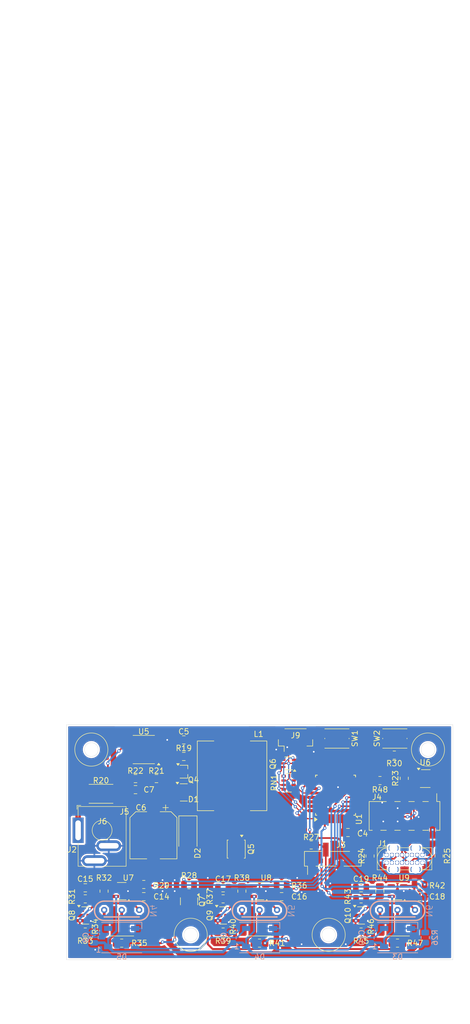
<source format=kicad_pcb>
(kicad_pcb (version 20241229) (generator "pcbnew") (generator_version "9.0")
  (layers (0 "F.Cu" signal) (2 "B.Cu" signal) (13 "F.Paste" user) (15 "B.Paste" user) (5 "F.SilkS" user "F.Silkscreen") (7 "B.SilkS" user "B.Silkscreen") (1 "F.Mask" user) (3 "B.Mask" user) (25 "Edge.Cuts" user))
  (net 0 "")
  (net 1 "Net-(U8-+)")
  (net 2 "Net-(U8--)")
  (net 3 "Net-(C17-Pad1)")
  (net 4 "Net-(U9-+)")
  (net 5 "VCC")
  (net 6 "Net-(U9--)")
  (net 7 "Net-(C19-Pad1)")
  (net 8 "VAA")
  (net 9 "Net-(N5-PadK)")
  (net 10 "Net-(N5-PadA)")
  (net 11 "VO1")
  (net 12 "GND")
  (net 13 "Net-(Q9-C)")
  (net 14 "Net-(U7-+)")
  (net 15 "Net-(Q10-C)")
  (net 16 "Net-(N6-PadK)")
  (net 17 "Net-(N6-PadA)")
  (net 18 "Net-(U7--)")
  (net 19 "Net-(C15-Pad1)")
  (net 20 "Net-(Q8-E)")
  (net 21 "Net-(Q9-B)")
  (net 22 "Net-(Q9-E)")
  (net 23 "Net-(Q8-B)")
  (net 24 "Net-(Q8-C)")
  (net 25 "Net-(Q10-E)")
  (net 26 "Net-(Q10-B)")
  (net 27 "Net-(N4-PadA)")
  (net 28 "Net-(N4-PadK)")
  (net 29 "D-")
  (net 30 "D+")
  (net 31 "Net-(U5-TC)")
  (net 32 "Net-(U5-Vfb)")
  (net 34 "Net-(D1-K)")
  (net 35 "Net-(D1-A)")
  (net 36 "Net-(D2-A)")
  (net 37 "Net-(U5-DC)")
  (net 38 "/HVSUPPLY/VIN")
  (net 39 "LC")
  (net 40 "Net-(U6-ISET)")
  (net 43 "VO2")
  (net 44 "VO3")
  (net 45 "Net-(D3-DOUT)")
  (net 46 "Net-(D4-DOUT)")
  (net 48 "VBUS")
  (net 49 "Net-(J3-Pin_4)")
  (net 50 "Net-(J3-Pin_1)")
  (net 51 "Net-(J1-CC2)")
  (net 52 "Net-(J1-CC1)")
  (net 54 "Net-(U1-PC3)")
  (net 55 "Net-(U1-XTAL32K1{slash}PF0)")
  (net 56 "Net-(D3-DIN)")
  (net 70 "/ESDA")
  (net 71 "/Ext_V")
  (net 72 "/ESCL")
  (net 73 "Net-(U1-PC0)")
  (net 74 "SCL")
  (net 75 "SDA")
  (net 77 "Net-(Q7-B)")
  (net 78 "KDR_E")
  (net 84 "/IN13_Channel/KDR")
  (footprint "Package_TO_SOT_SMD:SOT-23" (layer "F.Cu") (at 116.25 89.75)
    (property "Reference" "D1")
    (property "Value" "BAS21")
  )
  (footprint "Resistor_SMD:R_0805_2012Metric" (layer "F.Cu") (at 139.3375 99.25)
    (property "Reference" "R27")
    (property "Value" "R")
  )
  (footprint "Resistor_SMD:R_Array_Convex_4x0603" (layer "F.Cu") (at 135.25 88)
    (property "Reference" "RN1")
    (property "Value" "10k")
  )
  (footprint "Capacitor_SMD:C_0805_2012Metric" (layer "F.Cu") (at 116.25 80.25)
    (property "Reference" "C5")
    (property "Value" "10n")
  )
  (footprint "Button_Switch_SMD:SW_Push_1P1T_NO_Vertical_Wuerth_434133025816" (layer "F.Cu") (at 144 80)
    (property "Reference" "SW1")
    (property "Value" "PTH_RA_7.4x4.3mm")
  )
  (footprint "Package_TO_SOT_SMD:SOT-23" (layer "F.Cu") (at 123.375 112)
    (property "Reference" "Q9")
    (property "Value" "MMBTA42")
  )
  (footprint "Resistor_SMD:R_0805_2012Metric" (layer "F.Cu") (at 158.975 106.4 180)
    (property "Reference" "R42")
    (property "Value" "R")
  )
  (footprint "Resistor_SMD:R_2512_6332Metric_Pad1.40x3.35mm_HandSolder" (layer "F.Cu") (at 129.975 114 180)
    (property "Reference" "R40")
    (property "Value" "R")
  )
  (footprint "Connector_Wire:SolderWirePad_1x01_SMD_1x2mm" (layer "F.Cu") (at 103.5 95 90)
    (property "Reference" "J6")
    (property "Value" "Conn_01x01")
  )
  (footprint "Resistor_SMD:R_0805_2012Metric" (layer "F.Cu") (at 150 101.25 90)
    (property "Reference" "R24")
    (property "Value" "R")
  )
  (footprint "Diode_SMD:D_SMA" (layer "F.Cu") (at 117 97.5 -90)
    (property "Reference" "D2")
    (property "Value" "D")
  )
  (footprint "Button_Switch_SMD:SW_Push_1P1T_NO_Vertical_Wuerth_434133025816" (layer "F.Cu") (at 154.5 80)
    (property "Reference" "SW2")
    (property "Value" "PTH_RA_7.4x4.3mm")
  )
  (footprint "FHD-KiCad-Connectors:BarrelJack_CUI_PJ-006A_Vertical" (layer "F.Cu") (at 97.1 96.6)
    (property "Reference" "J2")
    (property "Value" "Barrel_Jack_Switch")
  )
  (footprint "Package_TO_SOT_SMD:SOT-23" (layer "F.Cu") (at 98.4 112)
    (property "Reference" "Q8")
    (property "Value" "MMBTA42")
  )
  (footprint "Package_TO_SOT_SMD:SOT-363_SC-70-6_Handsoldering" (layer "F.Cu") (at 135.25 84.5 180)
    (property "Reference" "Q6")
    (property "Value" "BSS138BKS")
  )
  (footprint "Capacitor_SMD:C_0805_2012Metric" (layer "F.Cu") (at 148.375 107)
    (property "Reference" "C19")
    (property "Value" "C")
  )
  (footprint "Resistor_SMD:R_0805_2012Metric" (layer "F.Cu") (at 162.5 101.25 90)
    (property "Reference" "R25")
    (property "Value" "R")
  )
  (footprint "Resistor_SMD:R_0805_2012Metric" (layer "F.Cu") (at 126.775 107.6 -90)
    (property "Reference" "R38")
    (property "Value" "R")
  )
  (footprint "Package_TO_SOT_SMD:SOT-23-5_HandSoldering" (layer "F.Cu") (at 160 87.25)
    (property "Reference" "U6")
    (property "Value" "SY6280")
  )
  (footprint "Resistor_SMD:R_2512_6332Metric_Pad1.40x3.35mm_HandSolder" (layer "F.Cu") (at 101.25 90)
    (property "Reference" "R20")
    (property "Value" "0.25")
  )
  (footprint "Resistor_SMD:R_0805_2012Metric_Pad1.20x1.40mm_HandSolder" (layer "F.Cu") (at 123.375 115)
    (property "Reference" "R39")
    (property "Value" "R")
  )
  (footprint "Resistor_SMD:R_0805_2012Metric" (layer "F.Cu") (at 133.975 106.4 180)
    (property "Reference" "R36")
    (property "Value" "R")
  )
  (footprint "Package_TO_SOT_SMD:SOT-323_SC-70" (layer "F.Cu") (at 116.25 86)
    (property "Reference" "Q4")
    (property "Value" "BC848W")
  )
  (footprint "Resistor_SMD:R_0805_2012Metric" (layer "F.Cu") (at 148.375 109 180)
    (property "Reference" "R43")
    (property "Value" "R")
  )
  (footprint "Capacitor_SMD:C_0805_2012Metric" (layer "F.Cu") (at 107.5 89.25 180)
    (property "Reference" "C7")
    (property "Value" "C")
  )
  (footprint "Connector_JST:JST_SH_BM04B-SRSS-TB_1x04-1MP_P1.00mm_Vertical" (layer "F.Cu") (at 136.5 80.25)
    (property "Reference" "J9")
    (property "Value" "Conn_01x04_Pin")
  )
  (footprint "Inductor_SMD:L_12x12mm_H8mm" (layer "F.Cu") (at 125 86.75 -90)
    (property "Reference" "L1")
    (property "Value" "100uh")
  )
  (footprint "Capacitor_SMD:C_0805_2012Metric_Pad1.18x1.45mm_HandSolder" (layer "F.Cu") (at 116.25 83.25 180)
    (property "Reference" "R19")
    (property "Value" "1k")
  )
  (footprint "FHD-KiCad-Connectors:USB_C_Receptacle_UJ20-C-V-C-3-SMT-TR_TopMnt_Vertical" (layer "F.Cu") (at 156.25 101.75 180)
    (property "Reference" "J1")
    (property "Value" "USB_C_Receptacle_USB2.0_16P")
  )
  (footprint "Package_TO_SOT_SMD:SOT-23" (layer "F.Cu") (at 148.375 112)
    (property "Reference" "Q10")
    (property "Value" "MMBTA42")
  )
  (footprint "Resistor_SMD:R_0805_2012Metric_Pad1.20x1.40mm_HandSolder" (layer "F.Cu") (at 154.4 83)
    (property "Reference" "R30")
    (property "Value" "1M")
  )
  (footprint "Capacitor_SMD:C_0805_2012Metric_Pad1.18x1.45mm_HandSolder" (layer "F.Cu") (at 111.3 87.25 180)
    (property "Reference" "R21")
    (property "Value" "R")
  )
  (footprint "Package_QFP:TQFP-32_7x7mm_P0.8mm" (layer "F.Cu") (at 143.75 90.25 90)
    (property "Reference" "U1")
    (property "Value" "AVR64DU32")
  )
  (footprint "Package_SO:Vishay_PowerPAK_1212-8_Single" (layer "F.Cu") (at 125.75 100 -90)
    (property "Reference" "Q5")
    (property "Value" "SiS92DN")
  )
  (footprint "Package_TO_SOT_SMD:SOT-23-5" (layer "F.Cu") (at 105 107.6 180)
    (property "Reference" "U7")
    (property "Value" "MCP6001-OT")
  )
  (footprint "Resistor_SMD:R_2512_6332Metric_Pad1.40x3.35mm_HandSolder" (layer "F.Cu") (at 105 114 180)
    (property "Reference" "R34")
    (property "Value" "R")
  )
  (footprint "Capacitor_SMD:C_0805_2012Metric" (layer "F.Cu") (at 109 108.6)
    (property "Reference" "C14")
    (property "Value" "C")
  )
  (footprint "Resistor_SMD:R_0805_2012Metric" (layer "F.Cu") (at 101.8 107.6 -90)
    (property "Reference" "R32")
    (property "Value" "R")
  )
  (footprint "Capacitor_SMD:CP_Elec_8x11.9" (layer "F.Cu") (at 110.75 97.5 -90)
    (property "Reference" "C6")
    (property "Value" "C_Polarized")
  )
  (footprint "Resistor_SMD:R_0805_2012Metric" (layer "F.Cu") (at 98.4 109 180)
    (property "Reference" "R31")
    (property "Value" "R")
  )
  (footprint "Capacitor_SMD:C_0805_2012Metric" (layer "F.Cu") (at 158.975 108.6)
    (property "Reference" "C18")
    (property "Value" "C")
  )
  (footprint "Resistor_SMD:R_0805_2012Metric_Pad1.20x1.40mm_HandSolder" (layer "F.Cu") (at 154.975 117)
    (property "Reference" "R47")
    (property "Value" "R")
  )
  (footprint "Resistor_SMD:R_0805_2012Metric_Pad1.20x1.40mm_HandSolder" (layer "F.Cu") (at 151.8 87.6 180)
    (property "Reference" "R48")
    (property "Value" "1M")
  )
  (footprint "Capacitor_SMD:C_0805_2012Metric_Pad1.18x1.45mm_HandSolder" (layer "F.Cu") (at 107.5 87.25 180)
    (property "Reference" "R22")
    (property "Value" "R")
  )
  (footprint "Capacitor_SMD:C_0805_2012Metric" (layer "F.Cu") (at 123.375 107)
    (property "Reference" "C17")
    (property "Value" "C")
  )
  (footprint "Resistor_SMD:R_0805_2012Metric_Pad1.20x1.40mm_HandSolder" (layer "F.Cu") (at 148.375 115)
    (property "Reference" "R45")
    (property "Value" "R")
  )
  (footprint "Package_TO_SOT_SMD:SOT-23" (layer "F.Cu") (at 117.2 109.4375 -90)
    (property "Reference" "Q7")
    (property "Value" "MMBTA42")
  )
  (footprint "Resistor_SMD:R_2512_6332Metric_Pad1.40x3.35mm_HandSolder" (layer "F.Cu") (at 154.975 114 180)
    (property "Reference" "R46")
    (property "Value" "R")
  )
  (footprint "Capacitor_SMD:C_0805_2012Metric" (layer "F.Cu") (at 133.975 108.6)
    (property "Reference" "C16")
    (property "Value" "C")
  )
  (footprint "Resistor_SMD:R_0805_2012Metric" (layer "F.Cu") (at 117.2 106.4375)
    (property "Reference" "R28")
    (property "Value" "R")
  )
  (footprint "Resistor_SMD:R_0805_2012Metric" (layer "F.Cu") (at 156.2 87.2 -90)
    (property "Reference" "R23")
    (property "Value" "R")
  )
  (footprint "Package_TO_SOT_SMD:SOT-23-5" (layer "F.Cu") (at 129.975 107.6 180)
    (property "Reference" "U8")
    (property "Value" "MCP6001-OT")
  )
  (footprint "Package_TO_SOT_SMD:SOT-23-5" (layer "F.Cu") (at 154.975 107.6 180)
    (property "Reference" "U9")
    (property "Value" "MCP6001-OT")
  )
  (footprint "Capacitor_SMD:C_0805_2012Metric" (layer "F.Cu") (at 146 97)
    (property "Reference" "C4")
    (property "Value" "C")
  )
  (footprint "Connector_PinHeader_2.54mm:PinHeader_2x05_P2.54mm_Vertical_SMD" (layer "F.Cu") (at 156.25 94 -90)
    (property "Reference" "J4")
    (property "Value" "Conn_2Rows-09Pins")
  )
  (footprint "Connector_PinHeader_2.54mm:PinHeader_1x04_P2.54mm_Vertical_SMD_Pin1Left" (layer "F.Cu") (at 143.25 101.75 90)
    (property "Reference" "J3")
    (property "Value" "UPDI")
  )
  (footprint "Resistor_SMD:R_0805_2012Metric" (layer "F.Cu") (at 151.775 107.6 -90)
    (property "Reference" "R44")
    (property "Value" "R")
  )
  (footprint "Resistor_SMD:R_0805_2012Metric" (layer "F.Cu") (at 109 106.4 180)
    (property "Reference" "R29")
    (property "Value" "R")
  )
  (footprint "Resistor_SMD:R_0805_2012Metric_Pad1.20x1.40mm_HandSolder" (layer "F.Cu") (at 98.4 115)
    (property "Reference" "R33")
    (property "Value" "R")
  )
  (footprint "Resistor_SMD:R_0805_2012Metric_Pad1.20x1.40mm_HandSolder" (layer "F.Cu") (at 129.975 117)
    (property "Reference" "R41")
    (property "Value" "R")
  )
  (footprint "Resistor_SMD:R_0805_2012Metric" (layer "F.Cu") (at 123.375 109 180)
    (property "Reference" "R37")
    (property "Value" "R")
  )
  (footprint "Capacitor_SMD:C_0805_2012Metric" (layer "F.Cu") (at 98.4 107)
    (property "Reference" "C15")
    (property "Value" "C")
  )
  (footprint "Connector_Wire:SolderWirePad_1x01_SMD_1x2mm" (layer "F.Cu") (at 103.5 93.25 -90)
    (property "Reference" "J5")
    (property "Value" "Conn_01x01")
  )
  (footprint "Resistor_SMD:R_0805_2012Metric_Pad1.20x1.40mm_HandSolder" (layer "F.Cu") (at 105 117)
    (property "Reference" "R35")
    (property "Value" "R")
  )
  (footprint "Package_SO:SOIC-8_3.9x4.9mm_P1.27mm" (layer "F.Cu") (at 109 82 180)
    (property "Reference" "U5")
    (property "Value" "MC34063AD")
  )
  (footprint "russian-nixies:IN-13" (layer "B.Cu") (at 151.8 111)
    (property "Reference" "N6")
    (property "Value" "~")
  )
  (footprint "LED_SMD:LED_WS2812B_PLCC4_5.0x5.0mm_P3.2mm" (layer "B.Cu") (at 105 116)
    (property "Reference" "D5")
    (property "Value" "WS2812B")
  )
  (footprint "Resistor_SMD:R_0805_2012Metric" (layer "B.Cu") (at 160 116 -90)
    (property "Reference" "R26")
    (property "Value" "R")
  )
  (footprint "Capacitor_SMD:C_0805_2012Metric" (layer "B.Cu") (at 125 116 90)
    (property "Reference" "C9")
    (property "Value" "C")
  )
  (footprint "Capacitor_SMD:C_0805_2012Metric" (layer "B.Cu") (at 100 116 90)
    (property "Reference" "C8")
    (property "Value" "C")
  )
  (footprint "Capacitor_SMD:C_0805_2012Metric" (layer "B.Cu") (at 150 116 90)
    (property "Reference" "C10")
    (property "Value" "C")
  )
  (footprint "LED_SMD:LED_WS2812B_PLCC4_5.0x5.0mm_P3.2mm" (layer "B.Cu") (at 130 116)
    (property "Reference" "D4")
    (property "Value" "WS2812B")
  )
  (footprint "russian-nixies:IN-13" (layer "B.Cu") (at 101.825 111)
    (property "Reference" "N4")
    (property "Value" "~")
  )
  (footprint "LED_SMD:LED_WS2812B_PLCC4_5.0x5.0mm_P3.2mm" (layer "B.Cu") (at 155 116)
    (property "Reference" "D3")
    (property "Value" "WS2812B")
  )
  (footprint "russian-nixies:IN-13" (layer "B.Cu") (at 126.8 111)
    (property "Reference" "N5")
    (property "Value" "~")
  )
  (gr_circle (center 160.5 82) (end 163.5 82) (stroke (width 0.1)) (fill no) (layer "F.SilkS"))
  (gr_circle (center 99.5 82) (end 102.5 82) (stroke (width 0.1)) (fill no) (layer "F.SilkS"))
  (gr_circle (center 117.5 115.5) (end 120.5 115.5) (stroke (width 0.1)) (fill no) (layer "F.SilkS"))
  (gr_circle (center 142.5 115.5) (end 145.5 115.5) (stroke (width 0.1)) (fill no) (layer "F.SilkS"))
  (gr_rect (start 95 77.5) (end 165 120) (stroke (width 0.05)) (fill no) (layer "Edge.Cuts"))
  (gr_circle (center 142.5 115.5) (end 143.75 115.5) (stroke (width 0.05)) (fill no) (layer "Edge.Cuts"))
  (gr_circle (center 99.5 82) (end 100.75 82) (stroke (width 0.05)) (fill no) (layer "Edge.Cuts"))
  (gr_circle (center 160.5 82) (end 161.75 82) (stroke (width 0.05)) (fill no) (layer "Edge.Cuts"))
  (gr_circle (center 117.5 115.5) (end 118.75 115.5) (stroke (width 0.05)) (fill no) (layer "Edge.Cuts"))
  (gr_text "1" (at 100.8 118.2 0) (layer "B.SilkS") (effects (font (size 1 1)) (justify mirror)))
  (segment (start 131.1125 106.65) (end 132.8125 106.65) (width 0.35) (layer "F.Cu") (net 1))
  (segment (start 133.025 108.6) (end 133.025 106.4375) (width 0.35) (layer "F.Cu") (net 1))
  (segment (start 133.2125 106.65) (end 133.4625 106.4) (width 0.35) (layer "F.Cu") (net 1))
  (segment (start 133.425 106.4375) (end 133.4625 106.4) (width 0.35) (layer "F.Cu") (net 1))
  (segment (start 126.775 106.6875) (end 126.6625 106.8) (width 0.35) (layer "F.Cu") (net 2))
  (segment (start 128.6875 106.8) (end 126.8875 106.8) (width 0.35) (layer "F.Cu") (net 2))
  (segment (start 126.6625 106.8) (end 124.525 106.8) (width 0.35) (layer "F.Cu") (net 2))
  (segment (start 128.8375 106.65) (end 128.6875 106.8) (width 0.35) (layer "F.Cu") (net 2))
  (segment (start 124.525 106.8) (end 124.325 107) (width 0.35) (layer "F.Cu") (net 2))
  (segment (start 126.8875 106.8) (end 126.775 106.6875) (width 0.35) (layer "F.Cu") (net 2))
  (segment (start 125.775 107.6) (end 129.500001 107.6) (width 0.35) (layer "F.Cu") (net 3))
  (segment (start 130.450001 108.55) (end 131.1125 108.55) (width 0.35) (layer "F.Cu") (net 3))
  (segment (start 122.425 107) (end 122.425 107.1375) (width 0.35) (layer "F.Cu") (net 3))
  (segment (start 124.2875 109) (end 124.375 109) (width 0.35) (layer "F.Cu") (net 3))
  (segment (start 122.425 107.1375) (end 124.2875 109) (width 0.35) (layer "F.Cu") (net 3))
  (segment (start 129.500001 107.6) (end 130.450001 108.55) (width 0.35) (layer "F.Cu") (net 3))
  (segment (start 124.375 109) (end 125.775 107.6) (width 0.35) (layer "F.Cu") (net 3))
  (segment (start 156.1125 106.65) (end 157.8125 106.65) (width 0.35) (layer "F.Cu") (net 4))
  (segment (start 158.025 108.6) (end 158.025 106.4375) (width 0.35) (layer "F.Cu") (net 4))
  (segment (start 158.2125 106.65) (end 158.4625 106.4) (width 0.35) (layer "F.Cu") (net 4))
  (segment (start 158.425 106.4375) (end 158.4625 106.4) (width 0.35) (layer "F.Cu") (net 4))
  (segment (start 128.95 108.55) (end 129 108.6) (width 0.35) (layer "F.Cu") (net 5))
  (segment (start 152 84.4) (end 146.2 84.4) (width 0.35) (layer "F.Cu") (net 5))
  (segment (start 153.95 108.55) (end 154 108.6) (width 0.35) (layer "F.Cu") (net 5))
  (segment (start 157.15 84.8) (end 155.4 84.8) (width 0.35) (layer "F.Cu") (net 5))
  (segment (start 155.4 84.8) (end 155.4 83) (width 0.35) (layer "F.Cu") (net 5))
  (segment (start 144.4 89.85) (end 139.5 89.85) (width 0.35) (layer "F.Cu") (net 5))
  (segment (start 145.75 88.5) (end 144.4 89.85) (width 0.35) (layer "F.Cu") (net 5))
  (segment (start 136.75 86.8) (end 136.15 86.8) (width 0.2) (layer "F.Cu") (net 5))
  (segment (start 136.85 88.9) (end 137.8 89.85) (width 0.2) (layer "F.Cu") (net 5))
  (segment (start 145.75 84.85) (end 145.75 86) (width 0.35) (layer "F.Cu") (net 5))
  (segment (start 141.98 107.38) (end 141.98 100.095) (width 0.3) (layer "F.Cu") (net 5))
  (segment (start 103.95 108.55) (end 104 108.6) (width 0.35) (layer "F.Cu") (net 5))
  (segment (start 128.8375 108.55) (end 128.95 108.55) (width 0.35) (layer "F.Cu") (net 5))
  (segment (start 141.135 99.25) (end 141.98 100.095) (width 0.3) (layer "F.Cu") (net 5))
  (segment (start 158.65 86.3) (end 157.15 84.8) (width 0.35) (layer "F.Cu") (net 5))
  (segment (start 155.4 84.8) (end 152.4 84.8) (width 0.35) (layer "F.Cu") (net 5))
  (segment (start 136.85 86.9) (end 136.75 86.8) (width 0.2) (layer "F.Cu") (net 5))
  (segment (start 145.75 86) (end 145.75 88.5) (width 0.35) (layer "F.Cu") (net 5))
  (segment (start 152.4 84.8) (end 152 84.4) (width 0.35) (layer "F.Cu") (net 5))
  (segment (start 136.85 88.9) (end 136.85 86.9) (width 0.2) (layer "F.Cu") (net 5))
  (segment (start 103.8625 108.55) (end 103.95 108.55) (width 0.35) (layer "F.Cu") (net 5))
  (segment (start 153.8375 108.55) (end 153.95 108.55) (width 0.35) (layer "F.Cu") (net 5))
  (segment (start 136.15 89.2) (end 136.55 89.2) (width 0.2) (layer "F.Cu") (net 5))
  (segment (start 137.8 89.85) (end 139.5 89.85) (width 0.2) (layer "F.Cu") (net 5))
  (segment (start 140.25 99.25) (end 141.135 99.25) (width 0.3) (layer "F.Cu") (net 5))
  (segment (start 142.5 107.9) (end 141.98 107.38) (width 0.3) (layer "F.Cu") (net 5))
  (segment (start 146.2 84.4) (end 145.75 84.85) (width 0.35) (layer "F.Cu") (net 5))
  (segment (start 136.55 89.2) (end 136.85 88.9) (width 0.2) (layer "F.Cu") (net 5))
  (via (at 142.5 107.9) (size 0.6) (drill 0.3) (layers "F.Cu" "B.Cu") (net 5))
  (via (at 154 108.6) (size 0.6) (drill 0.3) (layers "F.Cu" "B.Cu") (net 5))
  (via (at 129 108.6) (size 0.6) (drill 0.3) (layers "F.Cu" "B.Cu") (net 5))
  (via (at 104 108.6) (size 0.6) (drill 0.3) (layers "F.Cu" "B.Cu") (net 5))
  (segment (start 150 116.95) (end 148.149 118.801) (width 0.5) (layer "B.Cu") (net 5))
  (segment (start 125 116.95) (end 126.85 116.95) (width 0.5) (layer "B.Cu") (net 5))
  (segment (start 148.149 118.801) (end 128.701 118.801) (width 0.5) (layer "B.Cu") (net 5))
  (segment (start 100 116.95) (end 101.85 116.95) (width 0.5) (layer "B.Cu") (net 5))
  (segment (start 151.85 116.95) (end 152.55 117.65) (width 0.5) (layer "B.Cu") (net 5))
  (segment (start 126.85 116.95) (end 127.55 117.65) (width 0.5) (layer "B.Cu") (net 5))
  (segment (start 104 108.6) (end 104 114.8) (width 0.35) (layer "B.Cu") (net 5))
  (segment (start 154 108.6) (end 154 114.8) (width 0.35) (layer "B.Cu") (net 5))
  (segment (start 150 116.95) (end 151.85 116.95) (width 0.5) (layer "B.Cu") (net 5))
  (segment (start 127.55 116.302) (end 127.55 117.65) (width 0.35) (layer "B.Cu") (net 5))
  (segment (start 102.55 117.65) (end 103.501 118.601) (width 0.5) (layer "B.Cu") (net 5))
  (segment (start 123.349 118.601) (end 125 116.95) (width 0.5) (layer "B.Cu") (net 5))
  (segment (start 102.55 116.25) (end 102.55 117.65) (width 0.35) (layer "B.Cu") (net 5))
  (segment (start 129 114.852) (end 127.55 116.302) (width 0.35) (layer "B.Cu") (net 5))
  (segment (start 103.501 118.601) (end 123.349 118.601) (width 0.5) (layer "B.Cu") (net 5))
  (segment (start 129 108.6) (end 129 114.852) (width 0.35) (layer "B.Cu") (net 5))
  (segment (start 154 114.8) (end 152.55 116.25) (width 0.35) (layer "B.Cu") (net 5))
  (segment (start 152.55 116.25) (end 152.55 117.65) (width 0.35) (layer "B.Cu") (net 5))
  (segment (start 143.2 108.6) (end 154 108.6) (width 0.3) (layer "B.Cu") (net 5))
  (segment (start 101.85 116.95) (end 102.55 117.65) (width 0.5) (layer "B.Cu") (net 5))
  (segment (start 142.5 107.9) (end 143.2 108.6) (width 0.3) (layer "B.Cu") (net 5))
  (segment (start 104 114.8) (end 102.55 116.25) (width 0.35) (layer "B.Cu") (net 5))
  (segment (start 128.701 118.801) (end 127.55 117.65) (width 0.5) (layer "B.Cu") (net 5))
  (segment (start 151.775 106.6875) (end 151.6625 106.8) (width 0.35) (layer "F.Cu") (net 6))
  (segment (start 153.6875 106.8) (end 151.8875 106.8) (width 0.35) (layer "F.Cu") (net 6))
  (segment (start 151.6625 106.8) (end 149.525 106.8) (width 0.35) (layer "F.Cu") (net 6))
  (segment (start 153.8375 106.65) (end 153.6875 106.8) (width 0.35) (layer "F.Cu") (net 6))
  (segment (start 149.525 106.8) (end 149.325 107) (width 0.35) (layer "F.Cu") (net 6))
  (segment (start 151.8875 106.8) (end 151.775 106.6875) (width 0.35) (layer "F.Cu") (net 6))
  (segment (start 154.474 107.874) (end 154.572034 107.874) (width 0.35) (layer "F.Cu") (net 7))
  (segment (start 154.2 107.6) (end 154.474 107.874) (width 0.35) (layer "F.Cu") (net 7))
  (segment (start 147.425 107) (end 147.425 107.1375) (width 0.35) (layer "F.Cu") (net 7))
  (segment (start 154.876 108.276) (end 155.15 108.55) (width 0.35) (layer "F.Cu") (net 7))
  (segment (start 149.375 109) (end 150.775 107.6) (width 0.35) (layer "F.Cu") (net 7))
  (segment (start 155.15 108.55) (end 156.1125 108.55) (width 0.35) (layer "F.Cu") (net 7))
  (segment (start 154.876 108.177966) (end 154.876 108.276) (width 0.35) (layer "F.Cu") (net 7))
  (segment (start 147.425 107.1375) (end 149.2875 109) (width 0.35) (layer "F.Cu") (net 7))
  (segment (start 149.2875 109) (end 149.375 109) (width 0.35) (layer "F.Cu") (net 7))
  (segment (start 154.572034 107.874) (end 154.876 108.177966) (width 0.35) (layer "F.Cu") (net 7))
  (segment (start 150.775 107.6) (end 154.2 107.6) (width 0.35) (layer "F.Cu") (net 7))
  (segment (start 112.225 94.025) (end 110.75 94.025) (width 1) (layer "F.Cu") (net 8))
  (segment (start 115.6 119) (end 132.6 119) (width 1) (layer "F.Cu") (net 8))
  (segment (start 112.3375 93.9125) (end 112.225 94.025) (width 0.2) (layer "F.Cu") (net 8))
  (segment (start 113.6 113.8) (end 113.4 114) (width 1) (layer "F.Cu") (net 8))
  (segment (start 112.3375 87.25) (end 112.3375 93.9125) (width 0.2) (layer "F.Cu") (net 8))
  (segment (start 113.6 117) (end 115.6 119) (width 1) (layer "F.Cu") (net 8))
  (segment (start 132.6 119) (end 132.6 118.8) (width 1) (layer "F.Cu") (net 8))
  (segment (start 156.8 119) (end 158.025 117.775) (width 1) (layer "F.Cu") (net 8))
  (segment (start 113.6 113.8) (end 113.6 117) (width 1) (layer "F.Cu") (net 8))
  (segment (start 133.025 118.375) (end 133.025 114) (width 1) (layer "F.Cu") (net 8))
  (segment (start 114.6 95.5) (end 113.75 95.5) (width 1) (layer "F.Cu") (net 8))
  (segment (start 117 95.5) (end 114.6 95.5) (width 1) (layer "F.Cu") (net 8))
  (segment (start 132.6 118.8) (end 133.025 118.375) (width 1) (layer "F.Cu") (net 8))
  (segment (start 113.4 114) (end 108.05 114) (width 1) (layer "F.Cu") (net 8))
  (segment (start 112.25 94) (end 112.225 94.025) (width 1) (layer "F.Cu") (net 8))
  (segment (start 132.6 119) (end 156.8 119) (width 1) (layer "F.Cu") (net 8))
  (segment (start 158.025 117.775) (end 158.025 114) (width 1) (layer "F.Cu") (net 8))
  (segment (start 113.6 96.5) (end 113.6 113.8) (width 1) (layer "F.Cu") (net 8))
  (segment (start 113.75 95.5) (end 112.25 94) (width 1) (layer "F.Cu") (net 8))
  (segment (start 114.6 95.5) (end 113.6 96.5) (width 1) (layer "F.Cu") (net 8))
  (segment (start 129.975 111) (end 129.975 116) (width 0.5) (layer "F.Cu") (net 9))
  (segment (start 129.975 116) (end 128.975 117) (width 0.5) (layer "F.Cu") (net 9))
  (segment (start 126.8 113.875) (end 126.925 114) (width 0.5) (layer "F.Cu") (net 10))
  (segment (start 126.8 111) (end 126.8 113.875) (width 0.5) (layer "F.Cu") (net 10))
  (segment (start 148 90.65) (end 145.85 90.65) (width 0.3) (layer "F.Cu") (net 11))
  (segment (start 145.85 90.65) (end 145.75 90.75) (width 0.3) (layer "F.Cu") (net 11))
  (via (at 145.75 90.75) (size 0.6) (drill 0.3) (layers "F.Cu" "B.Cu") (net 11))
  (via (at 159.8875 106.4) (size 0.6) (drill 0.3) (layers "F.Cu" "B.Cu") (net 11))
  (segment (start 145.402 92.927175) (end 145.45 92.879174) (width 0.3) (layer "B.Cu") (net 11))
  (segment (start 145.751 91.230346) (end 145.751 91.769654) (width 0.3) (layer "B.Cu") (net 11))
  (segment (start 145.751 91.769654) (end 145.75 91.770654) (width 0.3) (layer "B.Cu") (net 11))
  (segment (start 159.8875 106.4) (end 159.0875 105.6) (width 0.3) (layer "B.Cu") (net 11))
  (segment (start 145.45 92.876346) (end 145.45 92.879174) (width 0.3) (layer "B.Cu") (net 11))
  (segment (start 145.108522 93.308519) (end 145.402 93.015041) (width 0.3) (layer "B.Cu") (net 11))
  (segment (start 144.815043 93.602001) (end 145.108522 93.308522) (width 0.3) (layer "B.Cu") (net 11))
  (segment (start 144.815039 93.602001) (end 144.815043 93.602001) (width 0.3) (layer "B.Cu") (net 11))
  (segment (start 144.602 100.852) (end 144.602 93.81504) (width 0.3) (layer "B.Cu") (net 11))
  (segment (start 145.75 90.75) (end 145.75 91.229346) (width 0.3) (layer "B.Cu") (net 11))
  (segment (start 149.35 105.6) (end 144.602 100.852) (width 0.3) (layer "B.Cu") (net 11))
  (segment (start 145.108522 93.308522) (end 145.108522 93.308519) (width 0.3) (layer "B.Cu") (net 11))
  (segment (start 144.602 93.81504) (end 144.815039 93.602001) (width 0.3) (layer "B.Cu") (net 11))
  (segment (start 159.0875 105.6) (end 149.35 105.6) (width 0.3) (layer "B.Cu") (net 11))
  (segment (start 145.402 93.015041) (end 145.402 93.015042) (width 0.3) (layer "B.Cu") (net 11))
  (segment (start 145.45 92.876346) (end 145.75 92.576346) (width 0.3) (layer "B.Cu") (net 11))
  (segment (start 145.75 91.770654) (end 145.75 92.576346) (width 0.3) (layer "B.Cu") (net 11))
  (segment (start 145.45 92.879174) (end 145.45 92.879175) (width 0.3) (layer "B.Cu") (net 11))
  (segment (start 145.75 91.229346) (end 145.751 91.230346) (width 0.3) (layer "B.Cu") (net 11))
  (segment (start 145.402 93.015042) (end 145.402 92.927175) (width 0.3) (layer "B.Cu") (net 11))
  (via (at 124.4 113.2) (size 0.6) (drill 0.3) (layers "F.Cu" "B.Cu") (net 12))
  (via (at 155 95) (size 0.6) (drill 0.3) (layers "F.Cu" "B.Cu") (net 12))
  (via (at 156.1125 107.6) (size 0.6) (drill 0.3) (layers "F.Cu" "B.Cu") (net 12))
  (via (at 135 81.575) (size 0.6) (drill 0.3) (layers "F.Cu" "B.Cu") (net 12))
  (via (at 112.4 105.6) (size 0.6) (drill 0.3) (layers "F.Cu" "B.Cu") (net 12))
  (via (at 106.1375 107.6) (size 0.6) (drill 0.3) (layers "F.Cu" "B.Cu") (net 12))
  (via (at 142.8 106.2) (size 0.6) (drill 0.3) (layers "F.Cu" "B.Cu") (net 12))
  (via (at 152.4 95) (size 0.6) (drill 0.3) (layers "F.Cu" "B.Cu") (net 12))
  (via (at 120.6 107.2) (size 0.6) (drill 0.3) (layers "F.Cu" "B.Cu") (net 12))
  (via (at 139.8 82.4) (size 0.6) (drill 0.3) (layers "F.Cu" "B.Cu") (net 12))
  (via (at 137.6 107.8) (size 0.6) (drill 0.3) (layers "F.Cu" "B.Cu") (net 12))
  (via (at 131.1125 107.6) (size 0.6) (drill 0.3) (layers "F.Cu" "B.Cu") (net 12))
  (via (at 133 82) (size 0.6) (drill 0.3) (layers "F.Cu" "B.Cu") (net 12))
  (via (at 144.2 88.8) (size 0.6) (drill 0.3) (layers "F.Cu" "B.Cu") (net 12))
  (via (at 114.6 105.6) (size 0.6) (drill 0.3) (layers "F.Cu" "B.Cu") (net 12))
  (via (at 100.2 118.2) (size 0.6) (drill 0.3) (layers "F.Cu" "B.Cu") (net 12))
  (via (at 140.6 107.6) (size 0.6) (drill 0.3) (layers "F.Cu" "B.Cu") (net 12))
  (via (at 149.6 113) (size 0.6) (drill 0.3) (layers "F.Cu" "B.Cu") (net 12))
  (via (at 145.6 117.2) (size 0.6) (drill 0.3) (layers "F.Cu" "B.Cu") (net 12))
  (via (at 137.6 117.2) (size 0.6) (drill 0.3) (layers "F.Cu" "B.Cu") (net 12))
  (via (at 142.4 92.4) (size 0.6) (drill 0.3) (layers "F.Cu" "B.Cu") (net 12))
  (via (at 112.4 107.6) (size 0.6) (drill 0.3) (layers "F.Cu" "B.Cu") (net 12))
  (via (at 136.8 105.2) (size 0.6) (drill 0.3) (layers "F.Cu" "B.Cu") (net 12))
  (via (at 148.4 96.6) (size 0.6) (drill 0.3) (layers "F.Cu" "B.Cu") (net 12))
  (via (at 155 92.6) (size 0.6) (drill 0.3) (layers "F.Cu" "B.Cu") (net 12))
  (via (at 99.4 113) (size 0.6) (drill 0.3) (layers "F.Cu" "B.Cu") (net 12))
  (via (at 114.6 107.6) (size 0.6) (drill 0.3) (layers "F.Cu" "B.Cu") (net 12))
  (via (at 152.2 91.6) (size 0.6) (drill 0.3) (layers "F.Cu" "B.Cu") (net 12))
  (via (at 120.6 105.2) (size 0.6) (drill 0.3) (layers "F.Cu" "B.Cu") (net 12))
  (via (at 113.25 80.25) (size 0.6) (drill 0.3) (layers "F.Cu" "B.Cu") (net 12))
  (via (at 158.8 94.2) (size 0.6) (drill 0.3) (layers "F.Cu" "B.Cu") (net 12))
  (segment (start 131.95 109.8) (end 126.24375 109.8) (width 0.35) (layer "F.Cu") (net 13))
  (segment (start 126.24375 109.8) (end 124.3125 111.73125) (width 0.35) (layer "F.Cu") (net 13))
  (segment (start 124.3125 111.73125) (end 124.3125 112) (width 0.35) (layer "F.Cu") (net 13))
  (segment (start 133.15 111) (end 131.95 109.8) (width 0.35) (layer "F.Cu") (net 13))
  (segment (start 106.1375 106.65) (end 107.8375 106.65) (width 0.35) (layer "F.Cu") (net 14))
  (segment (start 108.05 108.6) (end 108.05 106.4375) (width 0.35) (layer "F.Cu") (net 14))
  (segment (start 108.2375 106.65) (end 108.4875 106.4) (width 0.35) (layer "F.Cu") (net 14))
  (segment (start 108.45 106.4375) (end 108.4875 106.4) (width 0.35) (layer "F.Cu") (net 14))
  (segment (start 156.95 109.8) (end 151.24375 109.8) (width 0.35) (layer "F.Cu") (net 15))
  (segment (start 151.24375 109.8) (end 149.3125 111.73125) (width 0.35) (layer "F.Cu") (net 15))
  (segment (start 149.3125 111.73125) (end 149.3125 112) (width 0.35) (layer "F.Cu") (net 15))
  (segment (start 158.15 111) (end 156.95 109.8) (width 0.35) (layer "F.Cu") (net 15))
  (segment (start 154.975 111) (end 154.975 116) (width 0.5) (layer "F.Cu") (net 16))
  (segment (start 154.975 116) (end 153.975 117) (width 0.5) (layer "F.Cu") (net 16))
  (segment (start 151.8 113.875) (end 151.925 114) (width 0.5) (layer "F.Cu") (net 17))
  (segment (start 151.8 111) (end 151.8 113.875) (width 0.5) (layer "F.Cu") (net 17))
  (segment (start 101.8 106.6875) (end 101.6875 106.8) (width 0.35) (layer "F.Cu") (net 18))
  (segment (start 103.7125 106.8) (end 101.9125 106.8) (width 0.35) (layer "F.Cu") (net 18))
  (segment (start 101.6875 106.8) (end 99.55 106.8) (width 0.35) (layer "F.Cu") (net 18))
  (segment (start 103.8625 106.65) (end 103.7125 106.8) (width 0.35) (layer "F.Cu") (net 18))
  (segment (start 99.55 106.8) (end 99.35 107) (width 0.35) (layer "F.Cu") (net 18))
  (segment (start 101.9125 106.8) (end 101.8 106.6875) (width 0.35) (layer "F.Cu") (net 18))
  (segment (start 100.8 107.6) (end 104.525001 107.6) (width 0.35) (layer "F.Cu") (net 19))
  (segment (start 105.475001 108.55) (end 106.1375 108.55) (width 0.35) (layer "F.Cu") (net 19))
  (segment (start 97.45 107) (end 97.45 107.1375) (width 0.35) (layer "F.Cu") (net 19))
  (segment (start 99.3125 109) (end 99.4 109) (width 0.35) (layer "F.Cu") (net 19))
  (segment (start 97.45 107.1375) (end 99.3125 109) (width 0.35) (layer "F.Cu") (net 19))
  (segment (start 104.525001 107.6) (end 105.475001 108.55) (width 0.35) (layer "F.Cu") (net 19))
  (segment (start 99.4 109) (end 100.8 107.6) (width 0.35) (layer "F.Cu") (net 19))
  (segment (start 101.8 108.5125) (end 101.64375 108.5125) (width 0.35) (layer "F.Cu") (net 20))
  (segment (start 97.4 113.0125) (end 97.4625 112.95) (width 0.35) (layer "F.Cu") (net 20))
  (segment (start 99.35625 110.8) (end 99.2 110.8) (width 0.35) (layer "F.Cu") (net 20))
  (segment (start 101.64375 108.5125) (end 99.35625 110.8) (width 0.35) (layer "F.Cu") (net 20))
  (segment (start 97.4 115) (end 97.4 113.0125) (width 0.35) (layer "F.Cu") (net 20))
  (via (at 97.4625 112.95) (size 0.6) (drill 0.3) (layers "F.Cu" "B.Cu") (net 20))
  (via (at 99.2 110.8) (size 0.6) (drill 0.3) (layers "F.Cu" "B.Cu") (net 20))
  (segment (start 97.4 112.6) (end 97.4 112.8875) (width 0.35) (layer "B.Cu") (net 20))
  (segment (start 97.4 112.8875) (end 97.4625 112.95) (width 0.35) (layer "B.Cu") (net 20))
  (segment (start 99.2 110.8) (end 97.4 112.6) (width 0.35) (layer "B.Cu") (net 20))
  (segment (start 122.4625 109) (end 122.4625 111.025) (width 0.35) (layer "F.Cu") (net 21))
  (segment (start 122.4625 111.025) (end 122.4375 111.05) (width 0.35) (layer "F.Cu") (net 21))
  (segment (start 126.775 108.5125) (end 126.61875 108.5125) (width 0.35) (layer "F.Cu") (net 22))
  (segment (start 122.375 113.0125) (end 122.4375 112.95) (width 0.35) (layer "F.Cu") (net 22))
  (segment (start 124.33125 110.8) (end 124.175 110.8) (width 0.35) (layer "F.Cu") (net 22))
  (segment (start 126.61875 108.5125) (end 124.33125 110.8) (width 0.35) (layer "F.Cu") (net 22))
  (segment (start 122.375 115) (end 122.375 113.0125) (width 0.35) (layer "F.Cu") (net 22))
  (via (at 122.4375 112.95) (size 0.6) (drill 0.3) (layers "F.Cu" "B.Cu") (net 22))
  (via (at 124.175 110.8) (size 0.6) (drill 0.3) (layers "F.Cu" "B.Cu") (net 22))
  (segment (start 122.375 112.6) (end 122.375 112.8875) (width 0.35) (layer "B.Cu") (net 22))
  (segment (start 122.375 112.8875) (end 122.4375 112.95) (width 0.35) (layer "B.Cu") (net 22))
  (segment (start 124.175 110.8) (end 122.375 112.6) (width 0.35) (layer "B.Cu") (net 22))
  (segment (start 97.4875 109) (end 97.4875 111.025) (width 0.35) (layer "F.Cu") (net 23))
  (segment (start 97.4875 111.025) (end 97.4625 111.05) (width 0.35) (layer "F.Cu") (net 23))
  (segment (start 106.975 109.8) (end 101.26875 109.8) (width 0.35) (layer "F.Cu") (net 24))
  (segment (start 101.26875 109.8) (end 99.3375 111.73125) (width 0.35) (layer "F.Cu") (net 24))
  (segment (start 99.3375 111.73125) (end 99.3375 112) (width 0.35) (layer "F.Cu") (net 24))
  (segment (start 108.175 111) (end 106.975 109.8) (width 0.35) (layer "F.Cu") (net 24))
  (segment (start 151.775 108.5125) (end 151.61875 108.5125) (width 0.35) (layer "F.Cu") (net 25))
  (segment (start 147.375 113.0125) (end 147.4375 112.95) (width 0.35) (layer "F.Cu") (net 25))
  (segment (start 149.33125 110.8) (end 149.175 110.8) (width 0.35) (layer "F.Cu") (net 25))
  (segment (start 151.61875 108.5125) (end 149.33125 110.8) (width 0.35) (layer "F.Cu") (net 25))
  (segment (start 147.375 115) (end 147.375 113.0125) (width 0.35) (layer "F.Cu") (net 25))
  (via (at 147.4375 112.95) (size 0.6) (drill 0.3) (layers "F.Cu" "B.Cu") (net 25))
  (via (at 149.175 110.8) (size 0.6) (drill 0.3) (layers "F.Cu" "B.Cu") (net 25))
  (segment (start 147.375 112.6) (end 147.375 112.8875) (width 0.35) (layer "B.Cu") (net 25))
  (segment (start 147.375 112.8875) (end 147.4375 112.95) (width 0.35) (layer "B.Cu") (net 25))
  (segment (start 149.175 110.8) (end 147.375 112.6) (width 0.35) (layer "B.Cu") (net 25))
  (segment (start 147.4625 109) (end 147.4625 111.025) (width 0.35) (layer "F.Cu") (net 26))
  (segment (start 147.4625 111.025) (end 147.4375 111.05) (width 0.35) (layer "F.Cu") (net 26))
  (segment (start 101.825 113.875) (end 101.95 114) (width 0.5) (layer "F.Cu") (net 27))
  (segment (start 101.825 111) (end 101.825 113.875) (width 0.5) (layer "F.Cu") (net 27))
  (segment (start 105 111) (end 105 116) (width 0.5) (layer "F.Cu") (net 28))
  (segment (start 105 116) (end 104 117) (width 0.5) (layer "F.Cu") (net 28))
  (segment (start 147.176 95.65) (end 147.176 95.651) (width 0.3) (layer "F.Cu") (net 29))
  (segment (start 157.94 98.410593) (end 156.3 100.050593) (width 0.3) (layer "F.Cu") (net 29))
  (segment (start 158.79 91.475) (end 157.94 92.325) (width 0.3) (layer "F.Cu") (net 29))
  (segment (start 147.176 95.651) (end 146.051 95.651) (width 0.3) (layer "F.Cu") (net 29))
  (segment (start 148.807106 95.65) (end 147.176 95.65) (width 0.3) (layer "F.Cu") (net 29))
  (segment (start 149.456106 95.001) (end 148.807106 95.65) (width 0.3) (layer "F.Cu") (net 29))
  (segment (start 156.7 100.852688) (end 156.7 101.05) (width 0.3) (layer "F.Cu") (net 29))
  (segment (start 150.30852 94.15) (end 149.457521 95.001) (width 0.3) (layer "F.Cu") (net 29))
  (segment (start 156.79 94.15) (end 150.30852 94.15) (width 0.3) (layer "F.Cu") (net 29))
  (segment (start 145.75 95.35) (end 145.75 94.5) (width 0.3) (layer "F.Cu") (net 29))
  (segment (start 156.3 100.452688) (end 156.7 100.852688) (width 0.3) (layer "F.Cu") (net 29))
  (segment (start 156.3 100.050593) (end 156.3 100.452688) (width 0.3) (layer "F.Cu") (net 29))
  (segment (start 157.94 92.325) (end 157.94 98.410593) (width 0.3) (layer "F.Cu") (net 29))
  (segment (start 149.457521 95.001) (end 149.456106 95.001) (width 0.3) (layer "F.Cu") (net 29))
  (segment (start 146.051 95.651) (end 145.75 95.35) (width 0.3) (layer "F.Cu") (net 29))
  (via (at 158.09 93.5) (size 0.6) (drill 0.3) (layers "F.Cu" "B.Cu") (net 29))
  (via (at 156.79 94.15) (size 0.6) (drill 0.3) (layers "F.Cu" "B.Cu") (net 29))
  (segment (start 155.8 102.45) (end 155.8 102.252688) (width 0.3) (layer "B.Cu") (net 29))
  (segment (start 156.79 94.15) (end 157.44 94.15) (width 0.3) (layer "B.Cu") (net 29))
  (segment (start 156.7 101.352688) (end 156.7 101.05) (width 0.3) (layer "B.Cu") (net 29))
  (segment (start 155.8 102.252688) (end 156.7 101.352688) (width 0.3) (layer "B.Cu") (net 29))
  (segment (start 157.44 94.15) (end 158.09 93.5) (width 0.3) (layer "B.Cu") (net 29))
  (segment (start 149.25 94.5) (end 146.55 94.5) (width 0.3) (layer "F.Cu") (net 30))
  (segment (start 157.44 98.203486) (end 155.8 99.843486) (width 0.3) (layer "F.Cu") (net 30))
  (segment (start 155.8 99.843486) (end 155.8 101.05) (width 0.3) (layer "F.Cu") (net 30))
  (segment (start 150.25 93.5) (end 150.577529 93.5) (width 0.3) (layer "F.Cu") (net 30))
  (segment (start 151.797529 93.5) (end 151.675529 93.5) (width 0.3) (layer "F.Cu") (net 30))
  (segment (start 156.25 91.475) (end 157.44 92.665) (width 0.3) (layer "F.Cu") (net 30))
  (segment (start 155.8 101.352688) (end 155.8 101.05) (width 0.3) (layer "F.Cu") (net 30))
  (segment (start 152.041529 92.744) (end 152.041529 93.256) (width 0.3) (layer "F.Cu") (net 30))
  (segment (start 152.407529 92.5) (end 152.285529 92.5) (width 0.3) (layer "F.Cu") (net 30))
  (segment (start 157.44 93.5) (end 152.895529 93.5) (width 0.3) (layer "F.Cu") (net 30))
  (segment (start 151.187529 92.5) (end 151.065529 92.5) (width 0.3) (layer "F.Cu") (net 30))
  (segment (start 156.7 102.252688) (end 155.8 101.352688) (width 0.3) (layer "F.Cu") (net 30))
  (segment (start 150.821529 92.744) (end 150.821529 93.256) (width 0.3) (layer "F.Cu") (net 30))
  (segment (start 150.25 93.5) (end 149.25 94.5) (width 0.3) (layer "F.Cu") (net 30))
  (segment (start 157.44 93.5) (end 157.44 98.203486) (width 0.3) (layer "F.Cu") (net 30))
  (segment (start 151.431529 93.256) (end 151.431529 92.744) (width 0.3) (layer "F.Cu") (net 30))
  (segment (start 156.7 102.45) (end 156.7 102.252688) (width 0.3) (layer "F.Cu") (net 30))
  (segment (start 152.651529 93.256) (end 152.651529 92.744) (width 0.3) (layer "F.Cu") (net 30))
  (segment (start 157.44 92.665) (end 157.44 93.5) (width 0.3) (layer "F.Cu") (net 30))
  (arc (start 152.285529 92.5) (mid 152.112995 92.571466) (end 152.041529 92.744) (width 0.3) (layer "F.Cu") (net 30))
  (arc (start 151.431529 92.744) (mid 151.360063 92.571466) (end 151.187529 92.5) (width 0.3) (layer "F.Cu") (net 30))
  (arc (start 152.041529 93.256) (mid 151.970063 93.428534) (end 151.797529 93.5) (width 0.3) (layer "F.Cu") (net 30))
  (arc (start 151.675529 93.5) (mid 151.502995 93.428534) (end 151.431529 93.256) (width 0.3) (layer "F.Cu") (net 30))
  (arc (start 151.065529 92.5) (mid 150.892995 92.571466) (end 150.821529 92.744) (width 0.3) (layer "F.Cu") (net 30))
  (arc (start 152.895529 93.5) (mid 152.722995 93.428534) (end 152.651529 93.256) (width 0.3) (layer "F.Cu") (net 30))
  (arc (start 152.651529 92.744) (mid 152.580063 92.571466) (end 152.407529 92.5) (width 0.3) (layer "F.Cu") (net 30))
  (arc (start 150.821529 93.256) (mid 150.750063 93.428534) (end 150.577529 93.5) (width 0.3) (layer "F.Cu") (net 30))
  (segment (start 114.185 81.365) (end 115.3 80.25) (width 0.3) (layer "F.Cu") (net 31))
  (segment (start 111.475 81.365) (end 114.185 81.365) (width 0.3) (layer "F.Cu") (net 31))
  (segment (start 108.45 89.25) (end 108.45 87.3375) (width 0.3) (layer "F.Cu") (net 32))
  (segment (start 110.2625 87.25) (end 108.5375 87.25) (width 0.3) (layer "F.Cu") (net 32))
  (segment (start 107.595 80.095) (end 108.5375 81.0375) (width 0.3) (layer "F.Cu") (net 32))
  (segment (start 106.525 80.095) (end 107.595 80.095) (width 0.3) (layer "F.Cu") (net 32))
  (segment (start 108.45 87.3375) (end 108.5375 87.25) (width 0.3) (layer "F.Cu") (net 32))
  (segment (start 108.5375 81.0375) (end 108.5375 87.25) (width 0.3) (layer "F.Cu") (net 32))
  (segment (start 117.1875 91.4375) (end 117.1875 89.75) (width 0.3) (layer "F.Cu") (net 34))
  (segment (start 117.25 92) (end 117.25 91.5) (width 0.3) (layer "F.Cu") (net 34))
  (segment (start 117.425 89.5125) (end 117.1875 89.75) (width 0.3) (layer "F.Cu") (net 34))
  (segment (start 124.76 98.565) (end 124.76 97.51) (width 0.3) (layer "F.Cu") (net 34))
  (segment (start 122.5 97.25) (end 117.25 92) (width 0.3) (layer "F.Cu") (net 34))
  (segment (start 117.25 91.5) (end 117.1875 91.4375) (width 0.3) (layer "F.Cu") (net 34))
  (segment (start 124.5 97.25) (end 122.5 97.25) (width 0.3) (layer "F.Cu") (net 34))
  (segment (start 117.425 86) (end 117.425 89.5125) (width 0.3) (layer "F.Cu") (net 34))
  (segment (start 124.76 97.51) (end 124.5 97.25) (width 0.3) (layer "F.Cu") (net 34))
  (segment (start 117.2875 83.9625) (end 115.9 85.35) (width 0.3) (layer "F.Cu") (net 35))
  (segment (start 112.635 82.635) (end 113.5 83.5) (width 0.3) (layer "F.Cu") (net 35))
  (segment (start 113.5 83.5) (end 113.5 84.75) (width 0.3) (layer "F.Cu") (net 35))
  (segment (start 117.2875 83.25) (end 117.2875 83.9625) (width 0.3) (layer "F.Cu") (net 35))
  (segment (start 115.95 88.1625) (end 115.95 85.4) (width 0.3) (layer "F.Cu") (net 35))
  (segment (start 111.475 82.635) (end 112.635 82.635) (width 0.3) (layer "F.Cu") (net 35))
  (segment (start 113.5 84.75) (end 114.1 85.35) (width 0.3) (layer "F.Cu") (net 35))
  (segment (start 115.95 85.4) (end 115.9 85.35) (width 0.3) (layer "F.Cu") (net 35))
  (segment (start 115.3125 88.8) (end 115.95 88.1625) (width 0.3) (layer "F.Cu") (net 35))
  (segment (start 115.9 85.35) (end 115.075 85.35) (width 0.3) (layer "F.Cu") (net 35))
  (segment (start 114.1 85.35) (end 115.075 85.35) (width 0.3) (layer "F.Cu") (net 35))
  (segment (start 127.6425 99.7875) (end 126.8725 100.5575) (width 1) (layer "F.Cu") (net 36))
  (segment (start 125.5 92.7) (end 127.6425 94.8425) (width 1) (layer "F.Cu") (net 36))
  (segment (start 118.0575 100.5575) (end 117 99.5) (width 1) (layer "F.Cu") (net 36))
  (segment (start 125.75 100.5575) (end 118.0575 100.5575) (width 1) (layer "F.Cu") (net 36))
  (segment (start 127.6425 94.8425) (end 127.6425 99.7875) (width 1) (layer "F.Cu") (net 36))
  (segment (start 126.8725 100.5575) (end 125.75 100.5575) (width 1) (layer "F.Cu") (net 36))
  (segment (start 109.25 82.654999) (end 109.25 78.5) (width 0.3) (layer "F.Cu") (net 37))
  (segment (start 106.525 83.905) (end 103.655 83.905) (width 0.45) (layer "F.Cu") (net 37))
  (segment (start 110.500001 83.905) (end 109.25 82.654999) (width 0.3) (layer "F.Cu") (net 37))
  (segment (start 103.5 87.5) (end 104.3 88.3) (width 1) (layer "F.Cu") (net 37))
  (segment (start 109.25 78.5) (end 104.5 78.5) (width 1) (layer "F.Cu") (net 37))
  (segment (start 120.5 78.5) (end 109.25 78.5) (width 1) (layer "F.Cu") (net 37))
  (segment (start 106.525 82.635) (end 106.525 83.905) (width 0.45) (layer "F.Cu") (net 37))
  (segment (start 122.7 80.7) (end 120.5 78.5) (width 1) (layer "F.Cu") (net 37))
  (segment (start 103.5 79.5) (end 103.5 83.75) (width 1) (layer "F.Cu") (net 37))
  (segment (start 125.5 80.7) (end 122.7 80.7) (width 1) (layer "F.Cu") (net 37))
  (segment (start 111.475 83.905) (end 110.500001 83.905) (width 0.3) (layer "F.Cu") (net 37))
  (segment (start 103.5 83.75) (end 103.5 87.5) (width 1) (layer "F.Cu") (net 37))
  (segment (start 103.655 83.905) (end 103.5 83.75) (width 0.45) (layer "F.Cu") (net 37))
  (segment (start 104.5 78.5) (end 103.5 79.5) (width 1) (layer "F.Cu") (net 37))
  (segment (start 104.3 88.3) (end 104.3 90) (width 1) (layer "F.Cu") (net 37))
  (segment (start 97.1 93.4) (end 97.1 91.1) (width 1) (layer "F.Cu") (net 38))
  (segment (start 105.385 81.365) (end 104.5 82.25) (width 0.3) (layer "F.Cu") (net 38))
  (segment (start 102.5 85.7) (end 98.2 90) (width 0.3) (layer "F.Cu") (net 38))
  (segment (start 97.1 96.6) (end 97.1 93.4) (width 1) (layer "F.Cu") (net 38))
  (segment (start 102.5 84.5) (end 102.5 85.7) (width 0.3) (layer "F.Cu") (net 38))
  (segment (start 97.8 93.4) (end 97.95 93.25) (width 1) (layer "F.Cu") (net 38))
  (segment (start 97.1 91.1) (end 98.2 90) (width 1) (layer "F.Cu") (net 38))
  (segment (start 97.1 93.4) (end 97.8 93.4) (width 1) (layer "F.Cu") (net 38))
  (segment (start 106.525 81.365) (end 105.385 81.365) (width 0.3) (layer "F.Cu") (net 38))
  (segment (start 97.95 93.25) (end 103.5 93.25) (width 1) (layer "F.Cu") (net 38))
  (via (at 102.5 84.5) (size 0.6) (drill 0.3) (layers "F.Cu" "B.Cu") (net 38))
  (via (at 104.5 82.25) (size 0.6) (drill 0.3) (layers "F.Cu" "B.Cu") (net 38))
  (segment (start 104.5 82.25) (end 102.5 84.25) (width 0.3) (layer "B.Cu") (net 38))
  (segment (start 102.5 84.25) (end 102.5 84.5) (width 0.3) (layer "B.Cu") (net 38))
  (segment (start 141.33 106.724) (end 141.2 106.594) (width 0.35) (layer "F.Cu") (net 39))
  (segment (start 141.8 94.55) (end 141.75 94.5) (width 0.35) (layer "F.Cu") (net 39))
  (segment (start 141.8 96.2) (end 141.8 94.55) (width 0.35) (layer "F.Cu") (net 39))
  (segment (start 141.2 106.594) (end 141.2 103.2) (width 0.35) (layer "F.Cu") (net 39))
  (via (at 141.8 96.2) (size 0.6) (drill 0.3) (layers "F.Cu" "B.Cu") (net 39))
  (via (at 141.33 106.724) (size 0.6) (drill 0.3) (layers "F.Cu" "B.Cu") (net 39))
  (via (at 141.2 103.2) (size 0.6) (drill 0.3) (layers "F.Cu" "B.Cu") (net 39))
  (segment (start 141.806 107.2) (end 142.756009 107.2) (width 0.35) (layer "B.Cu") (net 39))
  (segment (start 160 108.520624) (end 160 115.0875) (width 0.35) (layer "B.Cu") (net 39))
  (segment (start 143.156009 106.8) (end 158.279376 106.8) (width 0.35) (layer "B.Cu") (net 39))
  (segment (start 141.2 96.8) (end 141.8 96.2) (width 0.35) (layer "B.Cu") (net 39))
  (segment (start 141.33 106.724) (end 141.806 107.2) (width 0.35) (layer "B.Cu") (net 39))
  (segment (start 142.756009 107.2) (end 143.156009 106.8) (width 0.35) (layer "B.Cu") (net 39))
  (segment (start 141.2 103.2) (end 141.2 96.8) (width 0.35) (layer "B.Cu") (net 39))
  (segment (start 158.279376 106.8) (end 160 108.520624) (width 0.35) (layer "B.Cu") (net 39))
  (segment (start 156.2875 88.2) (end 156.2 88.1125) (width 0.5) (layer "F.Cu") (net 40))
  (segment (start 158.65 88.2) (end 156.2875 88.2) (width 0.5) (layer "F.Cu") (net 40))
  (segment (start 135.6375 107.15) (end 134.8875 106.4) (width 0.3) (layer "F.Cu") (net 43))
  (segment (start 148 91.45) (end 145.15 91.45) (width 0.3) (layer "F.Cu") (net 43))
  (segment (start 145.15 91.45) (end 145.1 91.5) (width 0.3) (layer "F.Cu") (net 43))
  (segment (start 136.6 107.15) (end 135.6375 107.15) (width 0.3) (layer "F.Cu") (net 43))
  (via (at 136.6 107.15) (size 0.6) (drill 0.3) (layers "F.Cu" "B.Cu") (net 43))
  (via (at 145.1 91.5) (size 0.6) (drill 0.3) (layers "F.Cu" "B.Cu") (net 43))
  (segment (start 139.95752 107.001) (end 136.749 107.001) (width 0.3) (layer "B.Cu") (net 43))
  (segment (start 144.901 92.719654) (end 144.901 92.807521) (width 0.3) (layer "B.Cu") (net 43))
  (segment (start 140 107) (end 139.958521 107) (width 0.3) (layer "B.Cu") (net 43))
  (segment (start 145.101 91.980346) (end 145.101 92.516825) (width 0.3) (layer "B.Cu") (net 43))
  (segment (start 144.101 93.60752) (end 144.101 102.857521) (width 0.3) (layer "B.Cu") (net 43))
  (segment (start 145.101 92.516825) (end 144.949 92.668825) (width 0.3) (layer "B.Cu") (net 43))
  (segment (start 143.8 103.2) (end 140 107) (width 0.3) (layer "B.Cu") (net 43))
  (segment (start 136.749 107.001) (end 136.6 107.15) (width 0.3) (layer "B.Cu") (net 43))
  (segment (start 144.101 93.60752) (end 144.901 92.807521) (width 0.3) (layer "B.Cu") (net 43))
  (segment (start 145.1 91.5) (end 145.1 91.979346) (width 0.3) (layer "B.Cu") (net 43))
  (segment (start 145.1 91.979346) (end 145.101 91.980346) (width 0.3) (layer "B.Cu") (net 43))
  (segment (start 144.949 92.671654) (end 144.901 92.719654) (width 0.3) (layer "B.Cu") (net 43))
  (segment (start 139.958521 107) (end 139.95752 107.001) (width 0.3) (layer "B.Cu") (net 43))
  (segment (start 144.949 92.668825) (end 144.949 92.671654) (width 0.3) (layer "B.Cu") (net 43))
  (segment (start 143.8 103.15852) (end 144.101 102.857521) (width 0.3) (layer "B.Cu") (net 43))
  (segment (start 143.8 103.15852) (end 143.8 103.2) (width 0.3) (layer "B.Cu") (net 43))
  (segment (start 111 106.6) (end 110.1125 106.6) (width 0.3) (layer "F.Cu") (net 44))
  (segment (start 110.1125 106.6) (end 109.9125 106.4) (width 0.3) (layer "F.Cu") (net 44))
  (segment (start 148 92.25) (end 144.45 92.25) (width 0.3) (layer "F.Cu") (net 44))
  (via (at 111 106.6) (size 0.6) (drill 0.3) (layers "F.Cu" "B.Cu") (net 44))
  (via (at 144.45 92.25) (size 0.6) (drill 0.3) (layers "F.Cu" "B.Cu") (net 44))
  (segment (start 111.1 106.5) (end 111 106.6) (width 0.3) (layer "B.Cu") (net 44))
  (segment (start 144.4 92.6) (end 143.6 93.4) (width 0.3) (layer "B.Cu") (net 44))
  (segment (start 143.6 102.65) (end 139.75 106.5) (width 0.3) (layer "B.Cu") (net 44))
  (segment (start 143.6 93.4) (end 143.6 102.65) (width 0.3) (layer "B.Cu") (net 44))
  (segment (start 144.4 92.3) (end 144.4 92.6) (width 0.3) (layer "B.Cu") (net 44))
  (segment (start 111.1 106.5) (end 139.75 106.5) (width 0.3) (layer "B.Cu") (net 44))
  (segment (start 144.45 92.25) (end 144.4 92.3) (width 0.3) (layer "B.Cu") (net 44))
  (segment (start 132.45 117.65) (end 133 118.2) (width 0.3) (layer "B.Cu") (net 45))
  (segment (start 150.78087 116) (end 150.92987 115.851) (width 0.3) (layer "B.Cu") (net 45))
  (segment (start 150.92987 115.851) (end 151.049 115.851) (width 0.3) (layer "B.Cu") (net 45))
  (segment (start 148.2 116) (end 150.78087 116) (width 0.3) (layer "B.Cu") (net 45))
  (segment (start 146 118.2) (end 148.2 116) (width 0.3) (layer "B.Cu") (net 45))
  (segment (start 151.049 115.851) (end 152.55 114.35) (width 0.3) (layer "B.Cu") (net 45))
  (segment (start 133 118.2) (end 146 118.2) (width 0.3) (layer "B.Cu") (net 45))
  (segment (start 125.9 116) (end 127.55 114.35) (width 0.3) (layer "B.Cu") (net 46))
  (segment (start 119.2 118) (end 121.2 116) (width 0.3) (layer "B.Cu") (net 46))
  (segment (start 121.2 116) (end 125.9 116) (width 0.3) (layer "B.Cu") (net 46))
  (segment (start 107.45 117.65) (end 107.8 118) (width 0.3) (layer "B.Cu") (net 46))
  (segment (start 107.8 118) (end 119.2 118) (width 0.3) (layer "B.Cu") (net 46))
  (segment (start 152.8 87.6) (end 152.8 88) (width 0.35) (layer "F.Cu") (net 48))
  (segment (start 161.33 91.17) (end 161.35 91.15) (width 0.3) (layer "F.Cu") (net 48))
  (segment (start 161.35 91.15) (end 161.35 89.4) (width 0.3) (layer "F.Cu") (net 48))
  (segment (start 152.8 88) (end 154 89.2) (width 0.35) (layer "F.Cu") (net 48))
  (segment (start 161.35 88.2) (end 161.35 86.3) (width 0.3) (layer "F.Cu") (net 48))
  (segment (start 161.33 91.475) (end 161.33 91.17) (width 0.3) (layer "F.Cu") (net 48))
  (segment (start 161.33 96.525) (end 161.33 91.475) (width 0.3) (layer "F.Cu") (net 48))
  (segment (start 161.35 89.2) (end 161.35 88.2) (width 0.3) (layer "F.Cu") (net 48))
  (segment (start 154 89.2) (end 161.35 89.2) (width 0.35) (layer "F.Cu") (net 48))
  (segment (start 161.35 89.4) (end 161.35 89.2) (width 0.3) (layer "F.Cu") (net 48))
  (via (at 161.33 96.525) (size 0.6) (drill 0.3) (layers "F.Cu" "B.Cu") (net 48))
  (segment (start 159.897312 101.75) (end 158.9 101.75) (width 0.3) (layer "B.Cu") (net 48))
  (segment (start 159.149408 104.5) (end 160.2 103.449408) (width 0.3) (layer "B.Cu") (net 48))
  (segment (start 161.33 100.922688) (end 161.33 96.525) (width 0.3) (layer "B.Cu") (net 48))
  (segment (start 153.95 101.05) (end 153.95 101.4) (width 0.3) (layer "B.Cu") (net 48))
  (segment (start 153.350592 104.5) (end 159.149408 104.5) (width 0.3) (layer "B.Cu") (net 48))
  (segment (start 153.95 102.45) (end 153.95 102.1) (width 0.3) (layer "B.Cu") (net 48))
  (segment (start 158.55 102.1) (end 158.55 102.45) (width 0.3) (layer "B.Cu") (net 48))
  (segment (start 153.6 101.75) (end 152.602688 101.75) (width 0.3) (layer "B.Cu") (net 48))
  (segment (start 160.2 102.052688) (end 161.33 100.922688) (width 0.3) (layer "B.Cu") (net 48))
  (segment (start 152.602688 101.75) (end 152.25 102.102688) (width 0.3) (layer "B.Cu") (net 48))
  (segment (start 160.2 102.052688) (end 159.897312 101.75) (width 0.3) (layer "B.Cu") (net 48))
  (segment (start 158.9 101.75) (end 158.55 102.1) (width 0.3) (layer "B.Cu") (net 48))
  (segment (start 153.95 101.4) (end 153.6 101.75) (width 0.3) (layer "B.Cu") (net 48))
  (segment (start 158.55 101.4) (end 158.9 101.75) (width 0.3) (layer "B.Cu") (net 48))
  (segment (start 158.55 101.05) (end 158.55 101.4) (width 0.3) (layer "B.Cu") (net 48))
  (segment (start 152.25 102.102688) (end 152.25 103.399408) (width 0.3) (layer "B.Cu") (net 48))
  (segment (start 160.2 103.449408) (end 160.2 102.052688) (width 0.3) (layer "B.Cu") (net 48))
  (segment (start 153.95 102.1) (end 153.6 101.75) (width 0.3) (layer "B.Cu") (net 48))
  (segment (start 152.25 103.399408) (end 153.350592 104.5) (width 0.3) (layer "B.Cu") (net 48))
  (segment (start 139.075 97.075) (end 139.075 96.5) (width 0.3) (layer "F.Cu") (net 49))
  (segment (start 144.165 98) (end 140 98) (width 0.3) (layer "F.Cu") (net 49))
  (segment (start 147.06 100.095) (end 146.26 100.095) (width 0.3) (layer "F.Cu") (net 49))
  (segment (start 146.26 100.095) (end 144.165 98) (width 0.3) (layer "F.Cu") (net 49))
  (segment (start 140.75 89) (end 139.55 89) (width 0.3) (layer "F.Cu") (net 49))
  (segment (start 140 98) (end 139.075 97.075) (width 0.3) (layer "F.Cu") (net 49))
  (segment (start 139.55 89) (end 139.5 89.05) (width 0.3) (layer "F.Cu") (net 49))
  (via (at 139.075 96.5) (size 0.6) (drill 0.3) (layers "F.Cu" "B.Cu") (net 49))
  (via (at 140.75 89) (size 0.6) (drill 0.3) (layers "F.Cu" "B.Cu") (net 49))
  (segment (start 139.075 90.675) (end 140.75 89) (width 0.3) (layer "B.Cu") (net 49))
  (segment (start 139.075 96.5) (end 139.075 90.675) (width 0.3) (layer "B.Cu") (net 49))
  (segment (start 138.175 82.825) (end 138.175 87.975) (width 0.25) (layer "F.Cu") (net 50))
  (segment (start 138.175 87.975) (end 138.45 88.25) (width 0.25) (layer "F.Cu") (net 50))
  (segment (start 138.425 99.25) (end 138.425 102.39) (width 0.3) (layer "F.Cu") (net 50))
  (segment (start 138.425 99.25) (end 138.425 95.122059) (width 0.3) (layer "F.Cu") (net 50))
  (segment (start 138.425 95.122059) (end 136.776471 93.47353) (width 0.3) (layer "F.Cu") (net 50))
  (segment (start 141.425 81.075) (end 139.925 81.075) (width 0.25) (layer "F.Cu") (net 50))
  (segment (start 137.774265 88.975735) (end 138.5 88.25) (width 0.3) (layer "F.Cu") (net 50))
  (segment (start 145.55 81.075) (end 141.425 81.075) (width 0.25) (layer "F.Cu") (net 50))
  (segment (start 139.925 81.075) (end 138.175 82.825) (width 0.25) (layer "F.Cu") (net 50))
  (segment (start 138.5 88.25) (end 139.5 88.25) (width 0.3) (layer "F.Cu") (net 50))
  (segment (start 138.45 88.25) (end 139.5 88.25) (width 0.25) (layer "F.Cu") (net 50))
  (segment (start 138.425 102.39) (end 139.44 103.405) (width 0.3) (layer "F.Cu") (net 50))
  (via (at 137.774265 88.975735) (size 0.6) (drill 0.3) (layers "F.Cu" "B.Cu") (net 50))
  (via (at 136.776471 93.47353) (size 0.6) (drill 0.3) (layers "F.Cu" "B.Cu") (net 50))
  (segment (start 136.776471 93.47353) (end 137.774265 92.475736) (width 0.3) (layer "B.Cu") (net 50))
  (segment (start 137.774265 92.475736) (end 137.774265 88.975735) (width 0.3) (layer "B.Cu") (net 50))
  (segment (start 151.4125 101.75) (end 154.347312 101.75) (width 0.3) (layer "F.Cu") (net 51))
  (segment (start 150 100.3375) (end 151.4125 101.75) (width 0.3) (layer "F.Cu") (net 51))
  (segment (start 154.347312 101.75) (end 154.9 101.197312) (width 0.3) (layer "F.Cu") (net 51))
  (segment (start 154.9 101.197312) (end 154.9 101.05) (width 0.3) (layer "F.Cu") (net 51))
  (segment (start 157.6 102.1) (end 157.6 102.45) (width 0.3) (layer "F.Cu") (net 52))
  (segment (start 157.95 101.75) (end 157.6 102.1) (width 0.3) (layer "F.Cu") (net 52))
  (segment (start 161.0875 101.75) (end 157.95 101.75) (width 0.3) (layer "F.Cu") (net 52))
  (segment (start 162.5 100.3375) (end 161.0875 101.75) (width 0.3) (layer "F.Cu") (net 52))
  (segment (start 150.8 91.4) (end 150.8 87.6) (width 0.35) (layer "F.Cu") (net 54))
  (segment (start 148 93.05) (end 149.15 93.05) (width 0.35) (layer "F.Cu") (net 54))
  (segment (start 149.15 93.05) (end 150.8 91.4) (width 0.35) (layer "F.Cu") (net 54))
  (segment (start 145.35 83.25) (end 144.15 84.45) (width 0.25) (layer "F.Cu") (net 55))
  (segment (start 144.15 84.45) (end 144.15 86) (width 0.25) (layer "F.Cu") (net 55))
  (segment (start 153.325 83.075) (end 153.4 83) (width 0.25) (layer "F.Cu") (net 55))
  (segment (start 152.25 83.25) (end 145.35 83.25) (width 0.25) (layer "F.Cu") (net 55))
  (segment (start 152.425 83.075) (end 153.325 83.075) (width 0.25) (layer "F.Cu") (net 55))
  (segment (start 152.425 81.075) (end 156.55 81.075) (width 0.25) (layer "F.Cu") (net 55))
  (segment (start 152.425 81.075) (end 152.425 83.075) (width 0.25) (layer "F.Cu") (net 55))
  (segment (start 152.425 83.075) (end 152.25 83.25) (width 0.25) (layer "F.Cu") (net 55))
  (segment (start 157.45 117.65) (end 159.2625 117.65) (width 0.5) (layer "B.Cu") (net 56))
  (segment (start 159.2625 117.65) (end 160 116.9125) (width 0.5) (layer "B.Cu") (net 56))
  (segment (start 137 81.050001) (end 137 81.575) (width 0.2) (layer "F.Cu") (net 70))
  (segment (start 133.75 88.4) (end 132.75 87.4) (width 0.2) (layer "F.Cu") (net 70))
  (segment (start 133.15 83.85) (end 133.92 83.85) (width 0.2) (layer "F.Cu") (net 70))
  (segment (start 132.75 84.25) (end 133.15 83.85) (width 0.2) (layer "F.Cu") (net 70))
  (segment (start 132.75 87.4) (end 132.75 84.25) (width 0.2) (layer "F.Cu") (net 70))
  (segment (start 134.409448 80.5) (end 136.449999 80.5) (width 0.2) (layer "F.Cu") (net 70))
  (segment (start 133.92 83.85) (end 133.92 80.989448) (width 0.2) (layer "F.Cu") (net 70))
  (segment (start 134.35 88.4) (end 133.75 88.4) (width 0.2) (layer "F.Cu") (net 70))
  (segment (start 136.449999 80.5) (end 137 81.050001) (width 0.2) (layer "F.Cu") (net 70))
  (segment (start 133.92 80.989448) (end 134.409448 80.5) (width 0.2) (layer "F.Cu") (net 70))
  (segment (start 136.15 88) (end 136.15 88.4) (width 0.2) (layer "F.Cu") (net 71))
  (segment (start 135.25 84.5) (end 136.58 84.5) (width 0.2) (layer "F.Cu") (net 71))
  (segment (start 135.25 84.5) (end 133.92 84.5) (width 0.2) (layer "F.Cu") (net 71))
  (segment (start 136 82.099999) (end 135.25 82.849999) (width 0.2) (layer "F.Cu") (net 71))
  (segment (start 136.15 87.6) (end 136.15 88) (width 0.2) (layer "F.Cu") (net 71))
  (segment (start 135.25 82.849999) (end 135.25 84.5) (width 0.2) (layer "F.Cu") (net 71))
  (segment (start 136 81.575) (end 136 82.099999) (width 0.2) (layer "F.Cu") (net 71))
  (via (at 135.25 84.5) (size 0.6) (drill 0.3) (layers "F.Cu" "B.Cu") (net 71))
  (via (at 136.15 88) (size 0.6) (drill 0.3) (layers "F.Cu" "B.Cu") (net 71))
  (segment (start 135.25 87.1) (end 136.15 88) (width 0.2) (layer "B.Cu") (net 71))
  (segment (start 135.25 84.5) (end 135.25 87.1) (width 0.2) (layer "B.Cu") (net 71))
  (segment (start 134.35 87.6) (end 134.95 87.6) (width 0.2) (layer "F.Cu") (net 72))
  (segment (start 137.329999 85.15) (end 136.58 85.15) (width 0.2) (layer "F.Cu") (net 72))
  (segment (start 137.75 84.729999) (end 137.329999 85.15) (width 0.2) (layer "F.Cu") (net 72))
  (segment (start 135.45 86.28) (end 136.58 85.15) (width 0.2) (layer "F.Cu") (net 72))
  (segment (start 135.45 87.1) (end 135.45 86.28) (width 0.2) (layer "F.Cu") (net 72))
  (segment (start 134.95 87.6) (end 135.45 87.1) (width 0.2) (layer "F.Cu") (net 72))
  (segment (start 137.75 81.825) (end 137.75 84.729999) (width 0.2) (layer "F.Cu") (net 72))
  (segment (start 138 81.575) (end 137.75 81.825) (width 0.2) (layer "F.Cu") (net 72))
  (segment (start 145.05 97) (end 145.05 94.6) (width 0.3) (layer "F.Cu") (net 73))
  (segment (start 145.05 94.6) (end 144.95 94.5) (width 0.3) (layer "F.Cu") (net 73))
  (segment (start 133.5 89) (end 134.15 89) (width 0.2) (layer "F.Cu") (net 74))
  (segment (start 138.651471 94.5) (end 136.475737 92.324266) (width 0.2) (layer "F.Cu") (net 74))
  (segment (start 133.92 85.83) (end 133.5 86.25) (width 0.2) (layer "F.Cu") (net 74))
  (segment (start 133.92 85.15) (end 133.92 85.83) (width 0.2) (layer "F.Cu") (net 74))
  (segment (start 140.95 94.5) (end 138.651471 94.5) (width 0.2) (layer "F.Cu") (net 74))
  (segment (start 134.15 89) (end 134.35 89.2) (width 0.2) (layer "F.Cu") (net 74))
  (via (at 136.475737 92.324266) (size 0.6) (drill 0.3) (layers "F.Cu" "B.Cu") (net 74))
  (via (at 133.5 86.25) (size 0.6) (drill 0.3) (layers "F.Cu" "B.Cu") (net 74))
  (via (at 133.5 89) (size 0.6) (drill 0.3) (layers "F.Cu" "B.Cu") (net 74))
  (segment (start 136.475737 92.324266) (end 133.5 89.348529) (width 0.2) (layer "B.Cu") (net 74))
  (segment (start 133.5 86.25) (end 133.5 89) (width 0.2) (layer "B.Cu") (net 74))
  (segment (start 133.5 89.348529) (end 133.5 89) (width 0.2) (layer "B.Cu") (net 74))
  (segment (start 136.35 83.85) (end 136 83.5) (width 0.2) (layer "F.Cu") (net 75))
  (segment (start 136.58 83.85) (end 136.35 83.85) (width 0.2) (layer "F.Cu") (net 75))
  (segment (start 138.05 93.05) (end 136.5 91.5) (width 0.2) (layer "F.Cu") (net 75))
  (segment (start 139.5 93.05) (end 138.05 93.05) (width 0.2) (layer "F.Cu") (net 75))
  (via (at 136.5 91.5) (size 0.6) (drill 0.3) (layers "F.Cu" "B.Cu") (net 75))
  (via (at 134.35 86.8) (size 0.6) (drill 0.3) (layers "F.Cu" "B.Cu") (net 75))
  (via (at 136 83.5) (size 0.6) (drill 0.3) (layers "F.Cu" "B.Cu") (net 75))
  (segment (start 134.35 89.35) (end 134.35 86.8) (width 0.2) (layer "B.Cu") (net 75))
  (segment (start 136.5 91.5) (end 134.35 89.35) (width 0.2) (layer "B.Cu") (net 75))
  (segment (start 134.35 84.551471) (end 134.35 86.8) (width 0.2) (layer "B.Cu") (net 75))
  (segment (start 136 83.5) (end 135.401471 83.5) (width 0.2) (layer "B.Cu") (net 75))
  (segment (start 135.401471 83.5) (end 134.35 84.551471) (width 0.2) (layer "B.Cu") (net 75))
  (segment (start 118.15 108.5) (end 118.15 106.475) (width 0.35) (layer "F.Cu") (net 77))
  (segment (start 118.15 106.475) (end 118.1125 106.4375) (width 0.35) (layer "F.Cu") (net 77))
  (segment (start 143.649997 91.930764) (end 143.649997 92.25) (width 0.3) (layer "F.Cu") (net 78))
  (segment (start 116.25 106.4) (end 116.2875 106.4375) (width 0.3) (layer "F.Cu") (net 78))
  (segment (start 145.730761 89.85) (end 143.649997 91.930764) (width 0.3) (layer "F.Cu") (net 78))
  (segment (start 148 89.85) (end 145.730761 89.85) (width 0.3) (layer "F.Cu") (net 78))
  (segment (start 116.25 105.5) (end 116.25 106.4) (width 0.3) (layer "F.Cu") (net 78))
  (via (at 143.649997 92.25) (size 0.6) (drill 0.3) (layers "F.Cu" "B.Cu") (net 78))
  (via (at 116.25 105.5) (size 0.6) (drill 0.3) (layers "F.Cu" "B.Cu") (net 78))
  (segment (start 139.542894 106) (end 143 102.542894) (width 0.3) (layer "B.Cu") (net 78))
  (segment (start 116.6 105.85) (end 134.788846 105.85) (width 0.3) (layer "B.Cu") (net 78))
  (segment (start 134.788846 105.85) (end 134.938846 106) (width 0.3) (layer "B.Cu") (net 78))
  (segment (start 143 102.542894) (end 143 93.019233) (width 0.3) (layer "B.Cu") (net 78))
  (segment (start 143.649997 92.369236) (end 143.649997 92.25) (width 0.3) (layer "B.Cu") (net 78))
  (segment (start 134.938846 106) (end 139.542894 106) (width 0.3) (layer "B.Cu") (net 78))
  (segment (start 143 93.019233) (end 143.649997 92.369236) (width 0.3) (layer "B.Cu") (net 78))
  (segment (start 116.25 105.5) (end 116.6 105.85) (width 0.3) (layer "B.Cu") (net 78))
  (segment (start 130.975 117) (end 129.899 118.076) (width 0.35) (layer "F.Cu") (net 84))
  (segment (start 120.6 113.6) (end 119.2 112.2) (width 0.35) (layer "F.Cu") (net 84))
  (segment (start 154.899 118.076) (end 136.676 118.076) (width 0.35) (layer "F.Cu") (net 84))
  (segment (start 112.2 117) (end 112.4 116.8) (width 0.35) (layer "F.Cu") (net 84))
  (segment (start 121.476 118.076) (end 120.6 117.2) (width 0.35) (layer "F.Cu") (net 84))
  (segment (start 117.2 112.2) (end 117.2 110.375) (width 0.35) (layer "F.Cu") (net 84))
  (segment (start 120.6 117.2) (end 120.6 113.6) (width 0.35) (layer "F.Cu") (net 84))
  (segment (start 155.975 117) (end 154.899 118.076) (width 0.35) (layer "F.Cu") (net 84))
  (segment (start 114.6 113.6) (end 116 112.2) (width 0.35) (layer "F.Cu") (net 84))
  (segment (start 129.899 118.076) (end 121.476 118.076) (width 0.35) (layer "F.Cu") (net 84))
  (segment (start 136.676 118.076) (end 134.8 116.2) (width 0.35) (layer "F.Cu") (net 84))
  (segment (start 119.2 112.2) (end 117.2 112.2) (width 0.35) (layer "F.Cu") (net 84))
  (segment (start 114.6 116.4) (end 114.6 113.6) (width 0.35) (layer "F.Cu") (net 84))
  (segment (start 116 112.2) (end 117.2 112.2) (width 0.35) (layer "F.Cu") (net 84))
  (segment (start 106 117) (end 112.2 117) (width 0.35) (layer "F.Cu") (net 84))
  (via (at 134.8 116.2) (size 0.6) (drill 0.3) (layers "F.Cu" "B.Cu") (net 84))
  (via (at 112.4 116.8) (size 0.6) (drill 0.3) (layers "F.Cu" "B.Cu") (net 84))
  (via (at 114.6 116.4) (size 0.6) (drill 0.3) (layers "F.Cu" "B.Cu") (net 84))
  (via (at 130.975 117) (size 0.6) (drill 0.3) (layers "F.Cu" "B.Cu") (net 84))
  (segment (start 131.775 116.2) (end 130.975 117) (width 0.35) (layer "B.Cu") (net 84))
  (segment (start 114.2 116.8) (end 114.6 116.4) (width 0.35) (layer "B.Cu") (net 84))
  (segment (start 112.4 116.8) (end 114.2 116.8) (width 0.35) (layer "B.Cu") (net 84))
  (segment (start 134.8 116.2) (end 131.775 116.2) (width 0.35) (layer "B.Cu") (net 84))
  (zone (net 12) (net_name "GND") (layers "F.Cu" "B.Cu") (connect_pads (clearance 0.35)) (min_thickness 0.25) (fill yes (thermal_gap 0.25) (thermal_bridge_width 0.3))
    (polygon (pts (xy 165 120) (xy 165 77.5) (xy 95 77.5) (xy 95 120)))
  )
)
</source>
